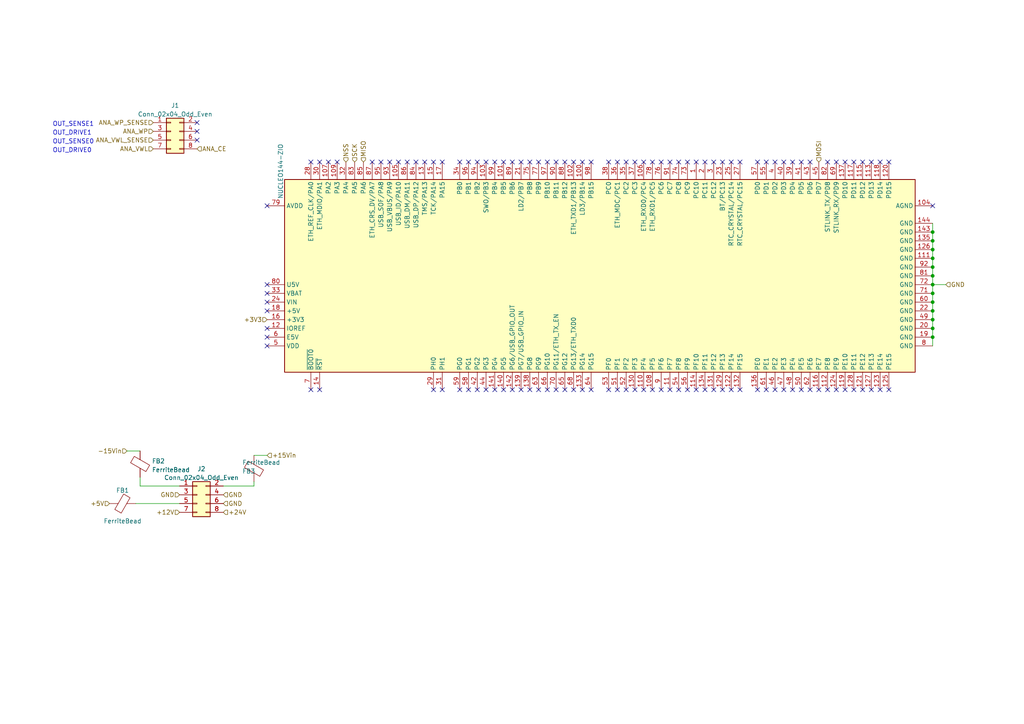
<source format=kicad_sch>
(kicad_sch (version 20211123) (generator eeschema)

  (uuid 025956a1-49f7-4aa7-91e4-deaf4e73e6b5)

  (paper "A4")

  (lib_symbols
    (symbol "Conn_02x04_Odd_Even_1" (pin_names (offset 1.016) hide) (in_bom yes) (on_board yes)
      (property "Reference" "J2" (id 0) (at 1.27 7.5098 0)
        (effects (font (size 1.27 1.27)))
      )
      (property "Value" "Conn_02x04_Odd_Even_1" (id 1) (at 1.27 4.9729 0)
        (effects (font (size 1.27 1.27)))
      )
      (property "Footprint" "Connector_PinHeader_2.54mm:PinHeader_2x04_P2.54mm_Vertical" (id 2) (at 0 0 0)
        (effects (font (size 1.27 1.27)) hide)
      )
      (property "Datasheet" "~" (id 3) (at 0 0 0)
        (effects (font (size 1.27 1.27)) hide)
      )
      (property "ki_keywords" "connector" (id 4) (at 0 0 0)
        (effects (font (size 1.27 1.27)) hide)
      )
      (property "ki_description" "Generic connector, double row, 02x04, odd/even pin numbering scheme (row 1 odd numbers, row 2 even numbers), script generated (kicad-library-utils/schlib/autogen/connector/)" (id 5) (at 0 0 0)
        (effects (font (size 1.27 1.27)) hide)
      )
      (property "ki_fp_filters" "Connector*:*_2x??_*" (id 6) (at 0 0 0)
        (effects (font (size 1.27 1.27)) hide)
      )
      (symbol "Conn_02x04_Odd_Even_1_1_1"
        (rectangle (start -1.27 -4.953) (end 0 -5.207)
          (stroke (width 0.1524) (type default) (color 0 0 0 0))
          (fill (type none))
        )
        (rectangle (start -1.27 -2.413) (end 0 -2.667)
          (stroke (width 0.1524) (type default) (color 0 0 0 0))
          (fill (type none))
        )
        (rectangle (start -1.27 0.127) (end 0 -0.127)
          (stroke (width 0.1524) (type default) (color 0 0 0 0))
          (fill (type none))
        )
        (rectangle (start -1.27 2.667) (end 0 2.413)
          (stroke (width 0.1524) (type default) (color 0 0 0 0))
          (fill (type none))
        )
        (rectangle (start -1.27 3.81) (end 3.81 -6.35)
          (stroke (width 0.254) (type default) (color 0 0 0 0))
          (fill (type background))
        )
        (rectangle (start 3.81 -4.953) (end 2.54 -5.207)
          (stroke (width 0.1524) (type default) (color 0 0 0 0))
          (fill (type none))
        )
        (rectangle (start 3.81 -2.413) (end 2.54 -2.667)
          (stroke (width 0.1524) (type default) (color 0 0 0 0))
          (fill (type none))
        )
        (rectangle (start 3.81 0.127) (end 2.54 -0.127)
          (stroke (width 0.1524) (type default) (color 0 0 0 0))
          (fill (type none))
        )
        (rectangle (start 3.81 2.667) (end 2.54 2.413)
          (stroke (width 0.1524) (type default) (color 0 0 0 0))
          (fill (type none))
        )
        (pin power_out line (at -5.08 2.54 0) (length 3.81)
          (name "Pin_1" (effects (font (size 1.27 1.27))))
          (number "1" (effects (font (size 1.27 1.27))))
        )
        (pin power_out line (at 7.62 2.54 180) (length 3.81)
          (name "Pin_2" (effects (font (size 1.27 1.27))))
          (number "2" (effects (font (size 1.27 1.27))))
        )
        (pin power_out line (at -5.08 0 0) (length 3.81)
          (name "Pin_3" (effects (font (size 1.27 1.27))))
          (number "3" (effects (font (size 1.27 1.27))))
        )
        (pin power_out line (at 7.62 0 180) (length 3.81)
          (name "Pin_4" (effects (font (size 1.27 1.27))))
          (number "4" (effects (font (size 1.27 1.27))))
        )
        (pin power_out line (at -5.08 -2.54 0) (length 3.81)
          (name "Pin_5" (effects (font (size 1.27 1.27))))
          (number "5" (effects (font (size 1.27 1.27))))
        )
        (pin power_out line (at 7.62 -2.54 180) (length 3.81)
          (name "Pin_6" (effects (font (size 1.27 1.27))))
          (number "6" (effects (font (size 1.27 1.27))))
        )
        (pin power_out line (at -5.08 -5.08 0) (length 3.81)
          (name "Pin_7" (effects (font (size 1.27 1.27))))
          (number "7" (effects (font (size 1.27 1.27))))
        )
        (pin power_out line (at 7.62 -5.08 180) (length 3.81)
          (name "Pin_8" (effects (font (size 1.27 1.27))))
          (number "8" (effects (font (size 1.27 1.27))))
        )
      )
    )
    (symbol "Connector_Generic:Conn_02x04_Odd_Even" (pin_names (offset 1.016) hide) (in_bom yes) (on_board yes)
      (property "Reference" "J" (id 0) (at 1.27 5.08 0)
        (effects (font (size 1.27 1.27)))
      )
      (property "Value" "Conn_02x04_Odd_Even" (id 1) (at 1.27 -7.62 0)
        (effects (font (size 1.27 1.27)))
      )
      (property "Footprint" "" (id 2) (at 0 0 0)
        (effects (font (size 1.27 1.27)) hide)
      )
      (property "Datasheet" "~" (id 3) (at 0 0 0)
        (effects (font (size 1.27 1.27)) hide)
      )
      (property "ki_keywords" "connector" (id 4) (at 0 0 0)
        (effects (font (size 1.27 1.27)) hide)
      )
      (property "ki_description" "Generic connector, double row, 02x04, odd/even pin numbering scheme (row 1 odd numbers, row 2 even numbers), script generated (kicad-library-utils/schlib/autogen/connector/)" (id 5) (at 0 0 0)
        (effects (font (size 1.27 1.27)) hide)
      )
      (property "ki_fp_filters" "Connector*:*_2x??_*" (id 6) (at 0 0 0)
        (effects (font (size 1.27 1.27)) hide)
      )
      (symbol "Conn_02x04_Odd_Even_1_1"
        (rectangle (start -1.27 -4.953) (end 0 -5.207)
          (stroke (width 0.1524) (type default) (color 0 0 0 0))
          (fill (type none))
        )
        (rectangle (start -1.27 -2.413) (end 0 -2.667)
          (stroke (width 0.1524) (type default) (color 0 0 0 0))
          (fill (type none))
        )
        (rectangle (start -1.27 0.127) (end 0 -0.127)
          (stroke (width 0.1524) (type default) (color 0 0 0 0))
          (fill (type none))
        )
        (rectangle (start -1.27 2.667) (end 0 2.413)
          (stroke (width 0.1524) (type default) (color 0 0 0 0))
          (fill (type none))
        )
        (rectangle (start -1.27 3.81) (end 3.81 -6.35)
          (stroke (width 0.254) (type default) (color 0 0 0 0))
          (fill (type background))
        )
        (rectangle (start 3.81 -4.953) (end 2.54 -5.207)
          (stroke (width 0.1524) (type default) (color 0 0 0 0))
          (fill (type none))
        )
        (rectangle (start 3.81 -2.413) (end 2.54 -2.667)
          (stroke (width 0.1524) (type default) (color 0 0 0 0))
          (fill (type none))
        )
        (rectangle (start 3.81 0.127) (end 2.54 -0.127)
          (stroke (width 0.1524) (type default) (color 0 0 0 0))
          (fill (type none))
        )
        (rectangle (start 3.81 2.667) (end 2.54 2.413)
          (stroke (width 0.1524) (type default) (color 0 0 0 0))
          (fill (type none))
        )
        (pin passive line (at -5.08 2.54 0) (length 3.81)
          (name "Pin_1" (effects (font (size 1.27 1.27))))
          (number "1" (effects (font (size 1.27 1.27))))
        )
        (pin passive line (at 7.62 2.54 180) (length 3.81)
          (name "Pin_2" (effects (font (size 1.27 1.27))))
          (number "2" (effects (font (size 1.27 1.27))))
        )
        (pin passive line (at -5.08 0 0) (length 3.81)
          (name "Pin_3" (effects (font (size 1.27 1.27))))
          (number "3" (effects (font (size 1.27 1.27))))
        )
        (pin passive line (at 7.62 0 180) (length 3.81)
          (name "Pin_4" (effects (font (size 1.27 1.27))))
          (number "4" (effects (font (size 1.27 1.27))))
        )
        (pin passive line (at -5.08 -2.54 0) (length 3.81)
          (name "Pin_5" (effects (font (size 1.27 1.27))))
          (number "5" (effects (font (size 1.27 1.27))))
        )
        (pin passive line (at 7.62 -2.54 180) (length 3.81)
          (name "Pin_6" (effects (font (size 1.27 1.27))))
          (number "6" (effects (font (size 1.27 1.27))))
        )
        (pin passive line (at -5.08 -5.08 0) (length 3.81)
          (name "Pin_7" (effects (font (size 1.27 1.27))))
          (number "7" (effects (font (size 1.27 1.27))))
        )
        (pin passive line (at 7.62 -5.08 180) (length 3.81)
          (name "Pin_8" (effects (font (size 1.27 1.27))))
          (number "8" (effects (font (size 1.27 1.27))))
        )
      )
    )
    (symbol "Device:FerriteBead" (pin_numbers hide) (pin_names (offset 0)) (in_bom yes) (on_board yes)
      (property "Reference" "FB2" (id 0) (at 3.4036 0.8855 0)
        (effects (font (size 1.27 1.27)) (justify left))
      )
      (property "Value" "FerriteBead" (id 1) (at 3.4036 -1.6514 0)
        (effects (font (size 1.27 1.27)) (justify left))
      )
      (property "Footprint" "" (id 2) (at -1.778 0 90)
        (effects (font (size 1.27 1.27)) hide)
      )
      (property "Datasheet" "~" (id 3) (at 0 0 0)
        (effects (font (size 1.27 1.27)) hide)
      )
      (property "ki_keywords" "L ferrite bead inductor filter" (id 4) (at 0 0 0)
        (effects (font (size 1.27 1.27)) hide)
      )
      (property "ki_description" "Ferrite bead" (id 5) (at 0 0 0)
        (effects (font (size 1.27 1.27)) hide)
      )
      (property "ki_fp_filters" "Inductor_* L_* *Ferrite*" (id 6) (at 0 0 0)
        (effects (font (size 1.27 1.27)) hide)
      )
      (symbol "FerriteBead_0_1"
        (polyline
          (pts
            (xy 0 -1.27)
            (xy 0 -1.2192)
          )
          (stroke (width 0) (type default) (color 0 0 0 0))
          (fill (type none))
        )
        (polyline
          (pts
            (xy 0 1.27)
            (xy 0 1.2954)
          )
          (stroke (width 0) (type default) (color 0 0 0 0))
          (fill (type none))
        )
        (polyline
          (pts
            (xy -2.7686 0.4064)
            (xy -1.7018 2.2606)
            (xy 2.7686 -0.3048)
            (xy 1.6764 -2.159)
            (xy -2.7686 0.4064)
          )
          (stroke (width 0) (type default) (color 0 0 0 0))
          (fill (type none))
        )
      )
      (symbol "FerriteBead_1_1"
        (pin power_out line (at 0 3.81 270) (length 2.54)
          (name "~" (effects (font (size 1.27 1.27))))
          (number "1" (effects (font (size 1.27 1.27))))
        )
        (pin power_in line (at 0 -3.81 90) (length 2.54)
          (name "~" (effects (font (size 1.27 1.27))))
          (number "2" (effects (font (size 1.27 1.27))))
        )
      )
    )
    (symbol "FerriteBead_1" (pin_numbers hide) (pin_names (offset 0)) (in_bom yes) (on_board yes)
      (property "Reference" "FB3" (id 0) (at 3.4036 0.7839 0)
        (effects (font (size 1.27 1.27)) (justify right))
      )
      (property "Value" "FerriteBead_1" (id 1) (at 3.4036 -1.753 0)
        (effects (font (size 1.27 1.27)) (justify right))
      )
      (property "Footprint" "" (id 2) (at 1.778 0 90)
        (effects (font (size 1.27 1.27)) hide)
      )
      (property "Datasheet" "~" (id 3) (at 0 0 0)
        (effects (font (size 1.27 1.27)) hide)
      )
      (property "ki_keywords" "L ferrite bead inductor filter" (id 4) (at 0 0 0)
        (effects (font (size 1.27 1.27)) hide)
      )
      (property "ki_description" "Ferrite bead" (id 5) (at 0 0 0)
        (effects (font (size 1.27 1.27)) hide)
      )
      (property "ki_fp_filters" "Inductor_* L_* *Ferrite*" (id 6) (at 0 0 0)
        (effects (font (size 1.27 1.27)) hide)
      )
      (symbol "FerriteBead_1_0_1"
        (polyline
          (pts
            (xy 0 -1.27)
            (xy 0 -1.2192)
          )
          (stroke (width 0) (type default) (color 0 0 0 0))
          (fill (type none))
        )
        (polyline
          (pts
            (xy 0 1.27)
            (xy 0 1.2954)
          )
          (stroke (width 0) (type default) (color 0 0 0 0))
          (fill (type none))
        )
        (polyline
          (pts
            (xy -2.7686 0.4064)
            (xy -1.7018 2.2606)
            (xy 2.7686 -0.3048)
            (xy 1.6764 -2.159)
            (xy -2.7686 0.4064)
          )
          (stroke (width 0) (type default) (color 0 0 0 0))
          (fill (type none))
        )
      )
      (symbol "FerriteBead_1_1_1"
        (pin power_in line (at 0 3.81 270) (length 2.54)
          (name "~" (effects (font (size 1.27 1.27))))
          (number "1" (effects (font (size 1.27 1.27))))
        )
        (pin power_out line (at 0 -3.81 90) (length 2.54)
          (name "~" (effects (font (size 1.27 1.27))))
          (number "2" (effects (font (size 1.27 1.27))))
        )
      )
    )
    (symbol "FerriteBead_2" (pin_numbers hide) (pin_names (offset 0)) (in_bom yes) (on_board yes)
      (property "Reference" "FB1" (id 0) (at 3.81 0 90)
        (effects (font (size 1.27 1.27)))
      )
      (property "Value" "FerriteBead" (id 1) (at -5.08 0 90)
        (effects (font (size 1.27 1.27)))
      )
      (property "Footprint" "" (id 2) (at 1.778 0 90)
        (effects (font (size 1.27 1.27)) hide)
      )
      (property "Datasheet" "~" (id 3) (at 0 0 0)
        (effects (font (size 1.27 1.27)) hide)
      )
      (property "ki_keywords" "L ferrite bead inductor filter" (id 4) (at 0 0 0)
        (effects (font (size 1.27 1.27)) hide)
      )
      (property "ki_description" "Ferrite bead" (id 5) (at 0 0 0)
        (effects (font (size 1.27 1.27)) hide)
      )
      (property "ki_fp_filters" "Inductor_* L_* *Ferrite*" (id 6) (at 0 0 0)
        (effects (font (size 1.27 1.27)) hide)
      )
      (symbol "FerriteBead_2_0_1"
        (polyline
          (pts
            (xy 0 -1.27)
            (xy 0 -1.2192)
          )
          (stroke (width 0) (type default) (color 0 0 0 0))
          (fill (type none))
        )
        (polyline
          (pts
            (xy 0 1.27)
            (xy 0 1.2954)
          )
          (stroke (width 0) (type default) (color 0 0 0 0))
          (fill (type none))
        )
        (polyline
          (pts
            (xy -2.7686 0.4064)
            (xy -1.7018 2.2606)
            (xy 2.7686 -0.3048)
            (xy 1.6764 -2.159)
            (xy -2.7686 0.4064)
          )
          (stroke (width 0) (type default) (color 0 0 0 0))
          (fill (type none))
        )
      )
      (symbol "FerriteBead_2_1_1"
        (pin power_out line (at 0 3.81 270) (length 2.54)
          (name "~" (effects (font (size 1.27 1.27))))
          (number "1" (effects (font (size 1.27 1.27))))
        )
        (pin power_in line (at 0 -3.81 90) (length 2.54)
          (name "~" (effects (font (size 1.27 1.27))))
          (number "2" (effects (font (size 1.27 1.27))))
        )
      )
    )
    (symbol "NISoC-Socket:NUCLEO144-ZIO" (in_bom yes) (on_board yes)
      (property "Reference" "X1" (id 0) (at -22.86 94.615 0)
        (effects (font (size 1.27 1.27)) (justify right) hide)
      )
      (property "Value" "NUCLEO144-ZIO" (id 1) (at 22.3394 92.6028 0)
        (effects (font (size 1.27 1.27)) (justify left))
      )
      (property "Footprint" "NISoC-Socket:ST_Morpho_Connector_144_STLink_MountingHoles" (id 2) (at 21.59 -92.71 0)
        (effects (font (size 1.27 1.27)) (justify left) hide)
      )
      (property "Datasheet" "" (id 3) (at -22.86 7.62 0)
        (effects (font (size 1.27 1.27)) hide)
      )
      (property "ki_keywords" "STM32 Nucleo ST Zio 144" (id 4) (at 0 0 0)
        (effects (font (size 1.27 1.27)) hide)
      )
      (property "ki_description" "Nucleo 144 Zio Connectors" (id 5) (at 0 0 0)
        (effects (font (size 1.27 1.27)) hide)
      )
      (property "ki_fp_filters" "ST*Morpho*Connector*144*STLink*" (id 6) (at 0 0 0)
        (effects (font (size 1.27 1.27)) hide)
      )
      (symbol "NUCLEO144-ZIO_0_1"
        (rectangle (start -27.94 -91.44) (end 27.94 91.44)
          (stroke (width 0.254) (type default) (color 0 0 0 0))
          (fill (type background))
        )
      )
      (symbol "NUCLEO144-ZIO_1_1"
        (pin bidirectional line (at 33.02 -27.94 180) (length 5.08)
          (name "PC10" (effects (font (size 1.27 1.27))))
          (number "1" (effects (font (size 1.27 1.27))))
        )
        (pin no_connect line (at -33.02 55.88 0) (length 5.08) hide
          (name "NC" (effects (font (size 1.27 1.27))))
          (number "10" (effects (font (size 1.27 1.27))))
        )
        (pin bidirectional line (at 33.02 5.08 180) (length 5.08)
          (name "LD3/PB14" (effects (font (size 1.27 1.27))))
          (number "100" (effects (font (size 1.27 1.27))))
        )
        (pin bidirectional line (at 33.02 27.94 180) (length 5.08)
          (name "PB5" (effects (font (size 1.27 1.27))))
          (number "101" (effects (font (size 1.27 1.27))))
        )
        (pin bidirectional line (at 33.02 7.62 180) (length 5.08)
          (name "ETH_TXD1/PB13" (effects (font (size 1.27 1.27))))
          (number "102" (effects (font (size 1.27 1.27))))
        )
        (pin bidirectional line (at 33.02 33.02 180) (length 5.08)
          (name "SWO/PB3" (effects (font (size 1.27 1.27))))
          (number "103" (effects (font (size 1.27 1.27))))
        )
        (pin power_in line (at 20.32 -96.52 90) (length 5.08)
          (name "AGND" (effects (font (size 1.27 1.27))))
          (number "104" (effects (font (size 1.27 1.27))))
        )
        (pin bidirectional line (at 33.02 58.42 180) (length 5.08)
          (name "USB_ID/PA10" (effects (font (size 1.27 1.27))))
          (number "105" (effects (font (size 1.27 1.27))))
        )
        (pin bidirectional line (at 33.02 -12.7 180) (length 5.08)
          (name "ETH_RXD0/PC4" (effects (font (size 1.27 1.27))))
          (number "106" (effects (font (size 1.27 1.27))))
        )
        (pin bidirectional line (at 33.02 78.74 180) (length 5.08)
          (name "PA2" (effects (font (size 1.27 1.27))))
          (number "107" (effects (font (size 1.27 1.27))))
        )
        (pin bidirectional line (at -33.02 -15.24 0) (length 5.08)
          (name "PF5" (effects (font (size 1.27 1.27))))
          (number "108" (effects (font (size 1.27 1.27))))
        )
        (pin bidirectional line (at 33.02 76.2 180) (length 5.08)
          (name "PA3" (effects (font (size 1.27 1.27))))
          (number "109" (effects (font (size 1.27 1.27))))
        )
        (pin bidirectional line (at -33.02 -20.32 0) (length 5.08)
          (name "PF7" (effects (font (size 1.27 1.27))))
          (number "11" (effects (font (size 1.27 1.27))))
        )
        (pin bidirectional line (at -33.02 -12.7 0) (length 5.08)
          (name "PF4" (effects (font (size 1.27 1.27))))
          (number "110" (effects (font (size 1.27 1.27))))
        )
        (pin power_in line (at 5.08 -96.52 90) (length 5.08)
          (name "GND" (effects (font (size 1.27 1.27))))
          (number "111" (effects (font (size 1.27 1.27))))
        )
        (pin bidirectional line (at -33.02 -66.04 0) (length 5.08)
          (name "PE8" (effects (font (size 1.27 1.27))))
          (number "112" (effects (font (size 1.27 1.27))))
        )
        (pin bidirectional line (at 33.02 -78.74 180) (length 5.08)
          (name "PD13" (effects (font (size 1.27 1.27))))
          (number "113" (effects (font (size 1.27 1.27))))
        )
        (pin bidirectional line (at -33.02 -27.94 0) (length 5.08)
          (name "PF10" (effects (font (size 1.27 1.27))))
          (number "114" (effects (font (size 1.27 1.27))))
        )
        (pin bidirectional line (at 33.02 -76.2 180) (length 5.08)
          (name "PD12" (effects (font (size 1.27 1.27))))
          (number "115" (effects (font (size 1.27 1.27))))
        )
        (pin bidirectional line (at -33.02 -63.5 0) (length 5.08)
          (name "PE7" (effects (font (size 1.27 1.27))))
          (number "116" (effects (font (size 1.27 1.27))))
        )
        (pin bidirectional line (at 33.02 -73.66 180) (length 5.08)
          (name "PD11" (effects (font (size 1.27 1.27))))
          (number "117" (effects (font (size 1.27 1.27))))
        )
        (pin bidirectional line (at 33.02 -81.28 180) (length 5.08)
          (name "PD14" (effects (font (size 1.27 1.27))))
          (number "118" (effects (font (size 1.27 1.27))))
        )
        (pin bidirectional line (at -33.02 -71.12 0) (length 5.08)
          (name "PE10" (effects (font (size 1.27 1.27))))
          (number "119" (effects (font (size 1.27 1.27))))
        )
        (pin power_in line (at -15.24 96.52 270) (length 5.08)
          (name "IOREF" (effects (font (size 1.27 1.27))))
          (number "12" (effects (font (size 1.27 1.27))))
        )
        (pin bidirectional line (at 33.02 -83.82 180) (length 5.08)
          (name "PD15" (effects (font (size 1.27 1.27))))
          (number "120" (effects (font (size 1.27 1.27))))
        )
        (pin bidirectional line (at -33.02 -76.2 0) (length 5.08)
          (name "PE12" (effects (font (size 1.27 1.27))))
          (number "121" (effects (font (size 1.27 1.27))))
        )
        (pin bidirectional line (at -33.02 -38.1 0) (length 5.08)
          (name "PF14" (effects (font (size 1.27 1.27))))
          (number "122" (effects (font (size 1.27 1.27))))
        )
        (pin bidirectional line (at -33.02 -81.28 0) (length 5.08)
          (name "PE14" (effects (font (size 1.27 1.27))))
          (number "123" (effects (font (size 1.27 1.27))))
        )
        (pin bidirectional line (at -33.02 -68.58 0) (length 5.08)
          (name "PE9" (effects (font (size 1.27 1.27))))
          (number "124" (effects (font (size 1.27 1.27))))
        )
        (pin bidirectional line (at -33.02 -83.82 0) (length 5.08)
          (name "PE15" (effects (font (size 1.27 1.27))))
          (number "125" (effects (font (size 1.27 1.27))))
        )
        (pin power_in line (at 7.62 -96.52 90) (length 5.08)
          (name "GND" (effects (font (size 1.27 1.27))))
          (number "126" (effects (font (size 1.27 1.27))))
        )
        (pin bidirectional line (at -33.02 -78.74 0) (length 5.08)
          (name "PE13" (effects (font (size 1.27 1.27))))
          (number "127" (effects (font (size 1.27 1.27))))
        )
        (pin bidirectional line (at -33.02 -73.66 0) (length 5.08)
          (name "PE11" (effects (font (size 1.27 1.27))))
          (number "128" (effects (font (size 1.27 1.27))))
        )
        (pin bidirectional line (at -33.02 -35.56 0) (length 5.08)
          (name "PF13" (effects (font (size 1.27 1.27))))
          (number "129" (effects (font (size 1.27 1.27))))
        )
        (pin bidirectional line (at 33.02 50.8 180) (length 5.08)
          (name "TMS/PA13" (effects (font (size 1.27 1.27))))
          (number "13" (effects (font (size 1.27 1.27))))
        )
        (pin bidirectional line (at -33.02 -10.16 0) (length 5.08)
          (name "PF3" (effects (font (size 1.27 1.27))))
          (number "130" (effects (font (size 1.27 1.27))))
        )
        (pin bidirectional line (at -33.02 -33.02 0) (length 5.08)
          (name "PF12" (effects (font (size 1.27 1.27))))
          (number "131" (effects (font (size 1.27 1.27))))
        )
        (pin bidirectional line (at -33.02 -40.64 0) (length 5.08)
          (name "PF15" (effects (font (size 1.27 1.27))))
          (number "132" (effects (font (size 1.27 1.27))))
        )
        (pin bidirectional line (at -33.02 5.08 0) (length 5.08)
          (name "PG14" (effects (font (size 1.27 1.27))))
          (number "133" (effects (font (size 1.27 1.27))))
        )
        (pin bidirectional line (at -33.02 -30.48 0) (length 5.08)
          (name "PF11" (effects (font (size 1.27 1.27))))
          (number "134" (effects (font (size 1.27 1.27))))
        )
        (pin power_in line (at 10.16 -96.52 90) (length 5.08)
          (name "GND" (effects (font (size 1.27 1.27))))
          (number "135" (effects (font (size 1.27 1.27))))
        )
        (pin bidirectional line (at -33.02 -45.72 0) (length 5.08)
          (name "PE0" (effects (font (size 1.27 1.27))))
          (number "136" (effects (font (size 1.27 1.27))))
        )
        (pin bidirectional line (at 33.02 -71.12 180) (length 5.08)
          (name "PD10" (effects (font (size 1.27 1.27))))
          (number "137" (effects (font (size 1.27 1.27))))
        )
        (pin bidirectional line (at -33.02 20.32 0) (length 5.08)
          (name "PG8" (effects (font (size 1.27 1.27))))
          (number "138" (effects (font (size 1.27 1.27))))
        )
        (pin bidirectional line (at -33.02 22.86 0) (length 5.08)
          (name "PG7/USB_GPIO_IN" (effects (font (size 1.27 1.27))))
          (number "139" (effects (font (size 1.27 1.27))))
        )
        (pin input line (at -33.02 81.28 0) (length 5.08)
          (name "~{RST}" (effects (font (size 1.27 1.27))))
          (number "14" (effects (font (size 1.27 1.27))))
        )
        (pin bidirectional line (at -33.02 27.94 0) (length 5.08)
          (name "PG5" (effects (font (size 1.27 1.27))))
          (number "140" (effects (font (size 1.27 1.27))))
        )
        (pin bidirectional line (at -33.02 30.48 0) (length 5.08)
          (name "PG4" (effects (font (size 1.27 1.27))))
          (number "141" (effects (font (size 1.27 1.27))))
        )
        (pin bidirectional line (at -33.02 25.4 0) (length 5.08)
          (name "PG6/USB_GPIO_OUT" (effects (font (size 1.27 1.27))))
          (number "142" (effects (font (size 1.27 1.27))))
        )
        (pin power_in line (at 12.7 -96.52 90) (length 5.08)
          (name "GND" (effects (font (size 1.27 1.27))))
          (number "143" (effects (font (size 1.27 1.27))))
        )
        (pin power_in line (at 15.24 -96.52 90) (length 5.08)
          (name "GND" (effects (font (size 1.27 1.27))))
          (number "144" (effects (font (size 1.27 1.27))))
        )
        (pin bidirectional line (at 33.02 48.26 180) (length 5.08)
          (name "TCK/PA14" (effects (font (size 1.27 1.27))))
          (number "15" (effects (font (size 1.27 1.27))))
        )
        (pin power_out line (at -12.7 96.52 270) (length 5.08)
          (name "+3V3" (effects (font (size 1.27 1.27))))
          (number "16" (effects (font (size 1.27 1.27))))
        )
        (pin bidirectional line (at 33.02 45.72 180) (length 5.08)
          (name "PA15" (effects (font (size 1.27 1.27))))
          (number "17" (effects (font (size 1.27 1.27))))
        )
        (pin power_in line (at -10.16 96.52 270) (length 5.08)
          (name "+5V" (effects (font (size 1.27 1.27))))
          (number "18" (effects (font (size 1.27 1.27))))
        )
        (pin power_in line (at -17.78 -96.52 90) (length 5.08)
          (name "GND" (effects (font (size 1.27 1.27))))
          (number "19" (effects (font (size 1.27 1.27))))
        )
        (pin bidirectional line (at 33.02 -30.48 180) (length 5.08)
          (name "PC11" (effects (font (size 1.27 1.27))))
          (number "2" (effects (font (size 1.27 1.27))))
        )
        (pin power_in line (at -15.24 -96.52 90) (length 5.08)
          (name "GND" (effects (font (size 1.27 1.27))))
          (number "20" (effects (font (size 1.27 1.27))))
        )
        (pin bidirectional line (at 33.02 22.86 180) (length 5.08)
          (name "LD2/PB7" (effects (font (size 1.27 1.27))))
          (number "21" (effects (font (size 1.27 1.27))))
        )
        (pin power_in line (at -10.16 -96.52 90) (length 5.08)
          (name "GND" (effects (font (size 1.27 1.27))))
          (number "22" (effects (font (size 1.27 1.27))))
        )
        (pin bidirectional line (at 33.02 -35.56 180) (length 5.08)
          (name "BT/PC13" (effects (font (size 1.27 1.27))))
          (number "23" (effects (font (size 1.27 1.27))))
        )
        (pin power_in line (at -7.62 96.52 270) (length 5.08)
          (name "VIN" (effects (font (size 1.27 1.27))))
          (number "24" (effects (font (size 1.27 1.27))))
        )
        (pin bidirectional line (at 33.02 -38.1 180) (length 5.08)
          (name "RTC_CRYSTAL/PC14" (effects (font (size 1.27 1.27))))
          (number "25" (effects (font (size 1.27 1.27))))
        )
        (pin no_connect line (at -33.02 58.42 0) (length 5.08) hide
          (name "NC" (effects (font (size 1.27 1.27))))
          (number "26" (effects (font (size 1.27 1.27))))
        )
        (pin bidirectional line (at 33.02 -40.64 180) (length 5.08)
          (name "RTC_CRYSTAL/PC15" (effects (font (size 1.27 1.27))))
          (number "27" (effects (font (size 1.27 1.27))))
        )
        (pin bidirectional line (at 33.02 83.82 180) (length 5.08)
          (name "ETH_REF_CLK/PA0" (effects (font (size 1.27 1.27))))
          (number "28" (effects (font (size 1.27 1.27))))
        )
        (pin bidirectional line (at -33.02 48.26 0) (length 5.08)
          (name "PH0" (effects (font (size 1.27 1.27))))
          (number "29" (effects (font (size 1.27 1.27))))
        )
        (pin bidirectional line (at 33.02 -33.02 180) (length 5.08)
          (name "PC12" (effects (font (size 1.27 1.27))))
          (number "3" (effects (font (size 1.27 1.27))))
        )
        (pin bidirectional line (at 33.02 81.28 180) (length 5.08)
          (name "ETH_MDIO/PA1" (effects (font (size 1.27 1.27))))
          (number "30" (effects (font (size 1.27 1.27))))
        )
        (pin bidirectional line (at -33.02 45.72 0) (length 5.08)
          (name "PH1" (effects (font (size 1.27 1.27))))
          (number "31" (effects (font (size 1.27 1.27))))
        )
        (pin bidirectional line (at 33.02 73.66 180) (length 5.08)
          (name "PA4" (effects (font (size 1.27 1.27))))
          (number "32" (effects (font (size 1.27 1.27))))
        )
        (pin power_in line (at -5.08 96.52 270) (length 5.08)
          (name "VBAT" (effects (font (size 1.27 1.27))))
          (number "33" (effects (font (size 1.27 1.27))))
        )
        (pin bidirectional line (at 33.02 40.64 180) (length 5.08)
          (name "PB0" (effects (font (size 1.27 1.27))))
          (number "34" (effects (font (size 1.27 1.27))))
        )
        (pin bidirectional line (at 33.02 -7.62 180) (length 5.08)
          (name "PC2" (effects (font (size 1.27 1.27))))
          (number "35" (effects (font (size 1.27 1.27))))
        )
        (pin bidirectional line (at 33.02 -5.08 180) (length 5.08)
          (name "ETH_MDC/PC1" (effects (font (size 1.27 1.27))))
          (number "36" (effects (font (size 1.27 1.27))))
        )
        (pin bidirectional line (at 33.02 -10.16 180) (length 5.08)
          (name "PC3" (effects (font (size 1.27 1.27))))
          (number "37" (effects (font (size 1.27 1.27))))
        )
        (pin bidirectional line (at 33.02 -2.54 180) (length 5.08)
          (name "PC0" (effects (font (size 1.27 1.27))))
          (number "38" (effects (font (size 1.27 1.27))))
        )
        (pin bidirectional line (at 33.02 -55.88 180) (length 5.08)
          (name "PD4" (effects (font (size 1.27 1.27))))
          (number "39" (effects (font (size 1.27 1.27))))
        )
        (pin bidirectional line (at 33.02 -50.8 180) (length 5.08)
          (name "PD2" (effects (font (size 1.27 1.27))))
          (number "4" (effects (font (size 1.27 1.27))))
        )
        (pin bidirectional line (at 33.02 -53.34 180) (length 5.08)
          (name "PD3" (effects (font (size 1.27 1.27))))
          (number "40" (effects (font (size 1.27 1.27))))
        )
        (pin bidirectional line (at 33.02 -58.42 180) (length 5.08)
          (name "PD5" (effects (font (size 1.27 1.27))))
          (number "41" (effects (font (size 1.27 1.27))))
        )
        (pin bidirectional line (at -33.02 35.56 0) (length 5.08)
          (name "PG2" (effects (font (size 1.27 1.27))))
          (number "42" (effects (font (size 1.27 1.27))))
        )
        (pin bidirectional line (at 33.02 -60.96 180) (length 5.08)
          (name "PD6" (effects (font (size 1.27 1.27))))
          (number "43" (effects (font (size 1.27 1.27))))
        )
        (pin bidirectional line (at -33.02 33.02 0) (length 5.08)
          (name "PG3" (effects (font (size 1.27 1.27))))
          (number "44" (effects (font (size 1.27 1.27))))
        )
        (pin bidirectional line (at 33.02 -63.5 180) (length 5.08)
          (name "PD7" (effects (font (size 1.27 1.27))))
          (number "45" (effects (font (size 1.27 1.27))))
        )
        (pin bidirectional line (at -33.02 -50.8 0) (length 5.08)
          (name "PE2" (effects (font (size 1.27 1.27))))
          (number "46" (effects (font (size 1.27 1.27))))
        )
        (pin bidirectional line (at -33.02 -53.34 0) (length 5.08)
          (name "PE3" (effects (font (size 1.27 1.27))))
          (number "47" (effects (font (size 1.27 1.27))))
        )
        (pin bidirectional line (at -33.02 -55.88 0) (length 5.08)
          (name "PE4" (effects (font (size 1.27 1.27))))
          (number "48" (effects (font (size 1.27 1.27))))
        )
        (pin power_in line (at -12.7 -96.52 90) (length 5.08)
          (name "GND" (effects (font (size 1.27 1.27))))
          (number "49" (effects (font (size 1.27 1.27))))
        )
        (pin power_in line (at -20.32 96.52 270) (length 5.08)
          (name "VDD" (effects (font (size 1.27 1.27))))
          (number "5" (effects (font (size 1.27 1.27))))
        )
        (pin bidirectional line (at -33.02 -58.42 0) (length 5.08)
          (name "PE5" (effects (font (size 1.27 1.27))))
          (number "50" (effects (font (size 1.27 1.27))))
        )
        (pin bidirectional line (at -33.02 -5.08 0) (length 5.08)
          (name "PF1" (effects (font (size 1.27 1.27))))
          (number "51" (effects (font (size 1.27 1.27))))
        )
        (pin bidirectional line (at -33.02 -7.62 0) (length 5.08)
          (name "PF2" (effects (font (size 1.27 1.27))))
          (number "52" (effects (font (size 1.27 1.27))))
        )
        (pin bidirectional line (at -33.02 -2.54 0) (length 5.08)
          (name "PF0" (effects (font (size 1.27 1.27))))
          (number "53" (effects (font (size 1.27 1.27))))
        )
        (pin bidirectional line (at -33.02 -22.86 0) (length 5.08)
          (name "PF8" (effects (font (size 1.27 1.27))))
          (number "54" (effects (font (size 1.27 1.27))))
        )
        (pin bidirectional line (at 33.02 -48.26 180) (length 5.08)
          (name "PD1" (effects (font (size 1.27 1.27))))
          (number "55" (effects (font (size 1.27 1.27))))
        )
        (pin bidirectional line (at -33.02 -25.4 0) (length 5.08)
          (name "PF9" (effects (font (size 1.27 1.27))))
          (number "56" (effects (font (size 1.27 1.27))))
        )
        (pin bidirectional line (at 33.02 -45.72 180) (length 5.08)
          (name "PD0" (effects (font (size 1.27 1.27))))
          (number "57" (effects (font (size 1.27 1.27))))
        )
        (pin bidirectional line (at -33.02 38.1 0) (length 5.08)
          (name "PG1" (effects (font (size 1.27 1.27))))
          (number "58" (effects (font (size 1.27 1.27))))
        )
        (pin bidirectional line (at -33.02 40.64 0) (length 5.08)
          (name "PG0" (effects (font (size 1.27 1.27))))
          (number "59" (effects (font (size 1.27 1.27))))
        )
        (pin power_in line (at -17.78 96.52 270) (length 5.08)
          (name "E5V" (effects (font (size 1.27 1.27))))
          (number "6" (effects (font (size 1.27 1.27))))
        )
        (pin power_in line (at -7.62 -96.52 90) (length 5.08)
          (name "GND" (effects (font (size 1.27 1.27))))
          (number "60" (effects (font (size 1.27 1.27))))
        )
        (pin bidirectional line (at -33.02 -48.26 0) (length 5.08)
          (name "PE1" (effects (font (size 1.27 1.27))))
          (number "61" (effects (font (size 1.27 1.27))))
        )
        (pin bidirectional line (at -33.02 -60.96 0) (length 5.08)
          (name "PE6" (effects (font (size 1.27 1.27))))
          (number "62" (effects (font (size 1.27 1.27))))
        )
        (pin bidirectional line (at -33.02 17.78 0) (length 5.08)
          (name "PG9" (effects (font (size 1.27 1.27))))
          (number "63" (effects (font (size 1.27 1.27))))
        )
        (pin bidirectional line (at -33.02 2.54 0) (length 5.08)
          (name "PG15" (effects (font (size 1.27 1.27))))
          (number "64" (effects (font (size 1.27 1.27))))
        )
        (pin bidirectional line (at -33.02 10.16 0) (length 5.08)
          (name "PG12" (effects (font (size 1.27 1.27))))
          (number "65" (effects (font (size 1.27 1.27))))
        )
        (pin bidirectional line (at -33.02 15.24 0) (length 5.08)
          (name "PG10" (effects (font (size 1.27 1.27))))
          (number "66" (effects (font (size 1.27 1.27))))
        )
        (pin no_connect line (at -33.02 53.34 0) (length 5.08) hide
          (name "NC" (effects (font (size 1.27 1.27))))
          (number "67" (effects (font (size 1.27 1.27))))
        )
        (pin bidirectional line (at -33.02 7.62 0) (length 5.08)
          (name "PG13/ETH_TXD0" (effects (font (size 1.27 1.27))))
          (number "68" (effects (font (size 1.27 1.27))))
        )
        (pin bidirectional line (at 33.02 -68.58 180) (length 5.08)
          (name "STLINK_RX/PD9" (effects (font (size 1.27 1.27))))
          (number "69" (effects (font (size 1.27 1.27))))
        )
        (pin input line (at -33.02 83.82 0) (length 5.08)
          (name "~{BOOT0}" (effects (font (size 1.27 1.27))))
          (number "7" (effects (font (size 1.27 1.27))))
        )
        (pin bidirectional line (at -33.02 12.7 0) (length 5.08)
          (name "PG11/ETH_TX_EN" (effects (font (size 1.27 1.27))))
          (number "70" (effects (font (size 1.27 1.27))))
        )
        (pin power_in line (at -5.08 -96.52 90) (length 5.08)
          (name "GND" (effects (font (size 1.27 1.27))))
          (number "71" (effects (font (size 1.27 1.27))))
        )
        (pin power_in line (at -2.54 -96.52 90) (length 5.08)
          (name "GND" (effects (font (size 1.27 1.27))))
          (number "72" (effects (font (size 1.27 1.27))))
        )
        (pin bidirectional line (at 33.02 -25.4 180) (length 5.08)
          (name "PC9" (effects (font (size 1.27 1.27))))
          (number "73" (effects (font (size 1.27 1.27))))
        )
        (pin bidirectional line (at 33.02 -22.86 180) (length 5.08)
          (name "PC8" (effects (font (size 1.27 1.27))))
          (number "74" (effects (font (size 1.27 1.27))))
        )
        (pin bidirectional line (at 33.02 20.32 180) (length 5.08)
          (name "PB8" (effects (font (size 1.27 1.27))))
          (number "75" (effects (font (size 1.27 1.27))))
        )
        (pin bidirectional line (at 33.02 -17.78 180) (length 5.08)
          (name "PC6" (effects (font (size 1.27 1.27))))
          (number "76" (effects (font (size 1.27 1.27))))
        )
        (pin bidirectional line (at 33.02 17.78 180) (length 5.08)
          (name "PB9" (effects (font (size 1.27 1.27))))
          (number "77" (effects (font (size 1.27 1.27))))
        )
        (pin bidirectional line (at 33.02 -15.24 180) (length 5.08)
          (name "ETH_RXD1/PC5" (effects (font (size 1.27 1.27))))
          (number "78" (effects (font (size 1.27 1.27))))
        )
        (pin power_in line (at 20.32 96.52 270) (length 5.08)
          (name "AVDD" (effects (font (size 1.27 1.27))))
          (number "79" (effects (font (size 1.27 1.27))))
        )
        (pin power_in line (at -20.32 -96.52 90) (length 5.08)
          (name "GND" (effects (font (size 1.27 1.27))))
          (number "8" (effects (font (size 1.27 1.27))))
        )
        (pin power_in line (at -2.54 96.52 270) (length 5.08)
          (name "U5V" (effects (font (size 1.27 1.27))))
          (number "80" (effects (font (size 1.27 1.27))))
        )
        (pin power_in line (at 0 -96.52 90) (length 5.08)
          (name "GND" (effects (font (size 1.27 1.27))))
          (number "81" (effects (font (size 1.27 1.27))))
        )
        (pin bidirectional line (at 33.02 -66.04 180) (length 5.08)
          (name "STLINK_TX/PD8" (effects (font (size 1.27 1.27))))
          (number "82" (effects (font (size 1.27 1.27))))
        )
        (pin bidirectional line (at 33.02 71.12 180) (length 5.08)
          (name "PA5" (effects (font (size 1.27 1.27))))
          (number "83" (effects (font (size 1.27 1.27))))
        )
        (pin bidirectional line (at 33.02 53.34 180) (length 5.08)
          (name "USB_DP/PA12" (effects (font (size 1.27 1.27))))
          (number "84" (effects (font (size 1.27 1.27))))
        )
        (pin bidirectional line (at 33.02 68.58 180) (length 5.08)
          (name "PA6" (effects (font (size 1.27 1.27))))
          (number "85" (effects (font (size 1.27 1.27))))
        )
        (pin bidirectional line (at 33.02 55.88 180) (length 5.08)
          (name "USB_DM/PA11" (effects (font (size 1.27 1.27))))
          (number "86" (effects (font (size 1.27 1.27))))
        )
        (pin bidirectional line (at 33.02 66.04 180) (length 5.08)
          (name "ETH_CRS_DV/PA7" (effects (font (size 1.27 1.27))))
          (number "87" (effects (font (size 1.27 1.27))))
        )
        (pin bidirectional line (at 33.02 10.16 180) (length 5.08)
          (name "PB12" (effects (font (size 1.27 1.27))))
          (number "88" (effects (font (size 1.27 1.27))))
        )
        (pin bidirectional line (at 33.02 25.4 180) (length 5.08)
          (name "PB6" (effects (font (size 1.27 1.27))))
          (number "89" (effects (font (size 1.27 1.27))))
        )
        (pin bidirectional line (at -33.02 -17.78 0) (length 5.08)
          (name "PF6" (effects (font (size 1.27 1.27))))
          (number "9" (effects (font (size 1.27 1.27))))
        )
        (pin bidirectional line (at 33.02 12.7 180) (length 5.08)
          (name "PB11" (effects (font (size 1.27 1.27))))
          (number "90" (effects (font (size 1.27 1.27))))
        )
        (pin bidirectional line (at 33.02 -20.32 180) (length 5.08)
          (name "PC7" (effects (font (size 1.27 1.27))))
          (number "91" (effects (font (size 1.27 1.27))))
        )
        (pin power_in line (at 2.54 -96.52 90) (length 5.08)
          (name "GND" (effects (font (size 1.27 1.27))))
          (number "92" (effects (font (size 1.27 1.27))))
        )
        (pin bidirectional line (at 33.02 60.96 180) (length 5.08)
          (name "USB_VBUS/PA9" (effects (font (size 1.27 1.27))))
          (number "93" (effects (font (size 1.27 1.27))))
        )
        (pin bidirectional line (at 33.02 35.56 180) (length 5.08)
          (name "PB2" (effects (font (size 1.27 1.27))))
          (number "94" (effects (font (size 1.27 1.27))))
        )
        (pin bidirectional line (at 33.02 63.5 180) (length 5.08)
          (name "USB_SOF/PA8" (effects (font (size 1.27 1.27))))
          (number "95" (effects (font (size 1.27 1.27))))
        )
        (pin bidirectional line (at 33.02 38.1 180) (length 5.08)
          (name "PB1" (effects (font (size 1.27 1.27))))
          (number "96" (effects (font (size 1.27 1.27))))
        )
        (pin bidirectional line (at 33.02 15.24 180) (length 5.08)
          (name "PB10" (effects (font (size 1.27 1.27))))
          (number "97" (effects (font (size 1.27 1.27))))
        )
        (pin bidirectional line (at 33.02 2.54 180) (length 5.08)
          (name "PB15" (effects (font (size 1.27 1.27))))
          (number "98" (effects (font (size 1.27 1.27))))
        )
        (pin bidirectional line (at 33.02 30.48 180) (length 5.08)
          (name "PB4" (effects (font (size 1.27 1.27))))
          (number "99" (effects (font (size 1.27 1.27))))
        )
      )
    )
  )

  (junction (at 270.51 92.71) (diameter 0) (color 0 0 0 0)
    (uuid 01f3bbae-d788-4f08-a1e4-d50347c23cc0)
  )
  (junction (at 270.51 67.31) (diameter 0) (color 0 0 0 0)
    (uuid 0c71800d-c7d9-47e8-819e-4c83d0bb4c25)
  )
  (junction (at 270.51 74.93) (diameter 0) (color 0 0 0 0)
    (uuid 5c7d2d0f-2a47-4e3b-b0fd-c5dc263b2c97)
  )
  (junction (at 270.51 77.47) (diameter 0) (color 0 0 0 0)
    (uuid 6c149152-0d7d-4274-9e9c-9f3790c12a0c)
  )
  (junction (at 270.51 97.79) (diameter 0) (color 0 0 0 0)
    (uuid 814b07b9-802e-4fc9-93b4-b4bfd1210a3d)
  )
  (junction (at 270.51 90.17) (diameter 0) (color 0 0 0 0)
    (uuid 9eef341b-c09c-4e82-86ad-6d6d404c0e05)
  )
  (junction (at 270.51 80.01) (diameter 0) (color 0 0 0 0)
    (uuid b6940c44-bf6a-4626-ac0d-f584848ccf01)
  )
  (junction (at 270.51 87.63) (diameter 0) (color 0 0 0 0)
    (uuid be91ff67-8c14-44a1-a664-3100f7f31981)
  )
  (junction (at 270.51 69.85) (diameter 0) (color 0 0 0 0)
    (uuid c526340e-627f-4caa-a1ad-77b7531e6ce4)
  )
  (junction (at 270.51 82.55) (diameter 0) (color 0 0 0 0)
    (uuid cc5fb184-f8ce-4e34-8a71-7944b6b79b10)
  )
  (junction (at 270.51 72.39) (diameter 0) (color 0 0 0 0)
    (uuid e6193f04-3755-4637-86ae-311fdd292ef9)
  )
  (junction (at 270.51 85.09) (diameter 0) (color 0 0 0 0)
    (uuid f87056dc-9521-43b6-9ac2-f2b75fecb7ca)
  )
  (junction (at 270.51 95.25) (diameter 0) (color 0 0 0 0)
    (uuid ff2d010d-13ba-40ed-9aa3-028efbd4fec9)
  )

  (no_connect (at 110.49 46.99) (uuid 0053d753-3136-4d50-b997-18f8db3d3899))
  (no_connect (at 184.15 46.99) (uuid 024eb6ac-ac39-4c61-a9e7-492a7d8a805d))
  (no_connect (at 191.77 113.03) (uuid 053ce719-1387-4e3d-8ae5-d391f315acc0))
  (no_connect (at 176.53 46.99) (uuid 08811756-5ba3-47c0-8c1b-937757bf59f1))
  (no_connect (at 194.31 113.03) (uuid 0882482f-6e41-4b2c-a04d-ecff821525c4))
  (no_connect (at 184.15 113.03) (uuid 0ca6bf13-73c6-4522-a47c-de92fbd35b1d))
  (no_connect (at 92.71 46.99) (uuid 0ea4c5c2-5af5-487f-bd34-c0d772c6e551))
  (no_connect (at 77.47 95.25) (uuid 115078d2-5aca-4417-a2c8-ebca33f2da6e))
  (no_connect (at 199.39 113.03) (uuid 134df8e7-c0e3-454c-b47e-f541994f088e))
  (no_connect (at 240.03 46.99) (uuid 137ab4e4-7ea4-46d6-9762-4264c74b25d1))
  (no_connect (at 161.29 113.03) (uuid 187922c9-006e-4851-bcbd-ebe820785d9f))
  (no_connect (at 247.65 113.03) (uuid 19ea59ea-5bc8-4a42-b5cb-b941022db560))
  (no_connect (at 95.25 46.99) (uuid 1e510716-0dfe-48b3-b05c-f7123b0b3ea3))
  (no_connect (at 171.45 113.03) (uuid 22bd2170-fcc0-4b13-8335-f0523cbfb06f))
  (no_connect (at 128.27 113.03) (uuid 232eb301-b87d-4f8e-88af-c2b26e02688b))
  (no_connect (at 242.57 113.03) (uuid 23b714cc-5ea8-4869-81c1-64517b63638e))
  (no_connect (at 133.35 113.03) (uuid 23e9dd30-8fae-49dc-9705-8e0e9ad09aad))
  (no_connect (at 181.61 113.03) (uuid 2604136c-6675-4921-9ac3-65a740c1735a))
  (no_connect (at 77.47 90.17) (uuid 29c16ea7-707d-4ec7-b8fc-58403c67359b))
  (no_connect (at 113.03 46.99) (uuid 2c5c4954-ff0b-44ab-bf31-cd86f8dab744))
  (no_connect (at 120.65 46.99) (uuid 37604c3c-3e56-46b3-8a43-a16ff1dec45c))
  (no_connect (at 77.47 82.55) (uuid 37912fc4-4240-4a57-9869-5b88833a5fbf))
  (no_connect (at 255.27 113.03) (uuid 3acee298-c33a-4459-b85b-1a2733270fed))
  (no_connect (at 222.25 113.03) (uuid 3c6a749e-7a81-4782-a1e7-367f70bb6fb2))
  (no_connect (at 151.13 113.03) (uuid 3ebf46ed-f4b4-42f5-83fd-bf28a9c97d20))
  (no_connect (at 143.51 46.99) (uuid 3f0c2dc3-66d3-4084-8c42-dbecaa63bf98))
  (no_connect (at 128.27 46.99) (uuid 430d3639-484e-49e8-9627-9f338246c14a))
  (no_connect (at 115.57 46.99) (uuid 45610e51-3409-4fb7-834e-50ca7a16ae51))
  (no_connect (at 232.41 46.99) (uuid 458e6a56-e0df-420a-ab47-aa5e18ec2dbe))
  (no_connect (at 222.25 46.99) (uuid 487a3f98-be54-457b-8a1d-2224465a9cbd))
  (no_connect (at 57.15 38.1) (uuid 4ce8f488-2d40-4be7-b01b-46e562a7202c))
  (no_connect (at 138.43 46.99) (uuid 5112051e-4f11-4123-b1fd-c7392d925a55))
  (no_connect (at 148.59 46.99) (uuid 515a6387-a075-4ff5-950c-07442cedd588))
  (no_connect (at 179.07 46.99) (uuid 51a24fa5-1f63-4ce6-9c16-bf69eeb22155))
  (no_connect (at 196.85 113.03) (uuid 533b8506-a5df-4f96-9041-d65791e8986a))
  (no_connect (at 237.49 113.03) (uuid 53ac56b7-02a0-45bf-a3ca-a3cb5a1074fa))
  (no_connect (at 194.31 46.99) (uuid 54782205-ef3d-4617-bc66-7075cd0d02f7))
  (no_connect (at 204.47 113.03) (uuid 54ae8b91-0fc3-4ff3-849a-0916396c1be6))
  (no_connect (at 125.73 46.99) (uuid 56162ad3-042a-4174-8ce5-52cf3396531a))
  (no_connect (at 176.53 113.03) (uuid 58e97e6d-dcce-44be-a1a5-82f0c144228f))
  (no_connect (at 257.81 46.99) (uuid 591e434e-12bf-45f0-9966-f4bfe3a7833e))
  (no_connect (at 186.69 113.03) (uuid 592cca5d-b710-4a7f-84a1-08ac09dc39c5))
  (no_connect (at 77.47 85.09) (uuid 59536095-1991-4f05-bdeb-985a2e43db42))
  (no_connect (at 138.43 113.03) (uuid 5a6c14e3-86a2-4975-a457-79b98a967c78))
  (no_connect (at 168.91 46.99) (uuid 5cec0122-7263-4923-bd6f-929f23b35bfd))
  (no_connect (at 166.37 46.99) (uuid 5f7b5618-cc96-4b25-8d32-496a07f02864))
  (no_connect (at 57.15 40.64) (uuid 614251c2-31c8-4679-8507-65a7a7a801ea))
  (no_connect (at 77.47 100.33) (uuid 6a357542-5429-46cd-be6c-2d9c973b4587))
  (no_connect (at 209.55 113.03) (uuid 6bd33f7d-10c2-4cdd-813c-570e594a1c3e))
  (no_connect (at 168.91 113.03) (uuid 6f6faab3-ea9b-4847-a5c2-d9542bcd9c85))
  (no_connect (at 57.15 35.56) (uuid 6f737849-1b99-4354-9223-f525d408d359))
  (no_connect (at 77.47 59.69) (uuid 7339e7a4-a9c1-4f6c-9b90-e68987ad8791))
  (no_connect (at 245.11 46.99) (uuid 775db4af-4d9c-482d-b786-bd7b740c1917))
  (no_connect (at 158.75 46.99) (uuid 7b46affd-21de-4b5f-abcd-8c30e8a2429f))
  (no_connect (at 240.03 113.03) (uuid 7e690bae-4f67-4944-8c60-28672f122908))
  (no_connect (at 77.47 87.63) (uuid 7f2cfee0-2b56-415b-b400-51ee052b25c1))
  (no_connect (at 151.13 46.99) (uuid 7f335804-2436-4a34-9785-b85c195987a4))
  (no_connect (at 146.05 46.99) (uuid 894a758a-061f-4950-b0c5-d5dedea38720))
  (no_connect (at 219.71 46.99) (uuid 8d5a74b2-25ed-44e9-b49f-42114f931e07))
  (no_connect (at 250.19 113.03) (uuid 8ddcf313-82a9-468c-a1d9-22b63ef25395))
  (no_connect (at 214.63 113.03) (uuid 8fc24f65-55bc-4073-838a-8b89a3448e4b))
  (no_connect (at 252.73 46.99) (uuid 909f38a1-7587-42e1-9cd7-62e87f0250cb))
  (no_connect (at 229.87 113.03) (uuid 90a12609-e6ad-4dc9-b7f2-4d540ade1da6))
  (no_connect (at 255.27 46.99) (uuid 90aff07e-de0e-4836-99e3-0b314bc92768))
  (no_connect (at 252.73 113.03) (uuid 90cc6ef5-5115-4e59-adde-a35054f872e6))
  (no_connect (at 161.29 46.99) (uuid 90d55ec5-3865-4e0b-9d3a-0c370c1eed90))
  (no_connect (at 135.89 113.03) (uuid 9b990c3e-fcdb-46d6-9fd6-95dc73e95f53))
  (no_connect (at 90.17 113.03) (uuid 9e86707a-1fd9-4bd0-bb97-7450d5c9967e))
  (no_connect (at 118.11 46.99) (uuid a1cacf2d-20fa-4558-a9fe-44556d1460a2))
  (no_connect (at 257.81 113.03) (uuid a6076aa9-02d6-41fc-b381-ccdb66029b2a))
  (no_connect (at 207.01 113.03) (uuid a612f05a-9067-4ea8-abce-38aa470bf1e9))
  (no_connect (at 247.65 46.99) (uuid a65bae3b-3ac1-4273-939b-58d4c0d3f80f))
  (no_connect (at 227.33 113.03) (uuid a7002738-e0fe-4f5d-822f-2662dfea8053))
  (no_connect (at 212.09 113.03) (uuid ac8067ed-da2a-490d-9321-d84777343865))
  (no_connect (at 224.79 113.03) (uuid aeb62cdd-cafe-4418-ac63-a7f5f93e4add))
  (no_connect (at 97.79 46.99) (uuid b0ea2984-2a4d-4e98-9a82-db672c6a1fe6))
  (no_connect (at 242.57 46.99) (uuid b6769fc5-d477-40d0-b865-74bc7081c7e5))
  (no_connect (at 179.07 113.03) (uuid b6d98e8a-9d73-4cef-83b0-d2f61d3c2ed4))
  (no_connect (at 143.51 113.03) (uuid bcd5a8e0-c6a2-43fa-97e9-c3909f1c51a0))
  (no_connect (at 201.93 46.99) (uuid be40e1c7-32a3-4ad7-b50b-3b4cfa6e8129))
  (no_connect (at 156.21 113.03) (uuid bf98b782-a8e4-46fc-b036-1249a0a5cb32))
  (no_connect (at 224.79 46.99) (uuid c1849f65-aea9-4695-8322-a2cbbf7f7c7b))
  (no_connect (at 227.33 46.99) (uuid c1849f65-aea9-4695-8322-a2cbbf7f7c7c))
  (no_connect (at 234.95 46.99) (uuid c1849f65-aea9-4695-8322-a2cbbf7f7c7d))
  (no_connect (at 189.23 46.99) (uuid c1849f65-aea9-4695-8322-a2cbbf7f7c7e))
  (no_connect (at 186.69 46.99) (uuid c1849f65-aea9-4695-8322-a2cbbf7f7c7f))
  (no_connect (at 204.47 46.99) (uuid c1849f65-aea9-4695-8322-a2cbbf7f7c80))
  (no_connect (at 199.39 46.99) (uuid c1849f65-aea9-4695-8322-a2cbbf7f7c81))
  (no_connect (at 196.85 46.99) (uuid c1849f65-aea9-4695-8322-a2cbbf7f7c82))
  (no_connect (at 207.01 46.99) (uuid c1849f65-aea9-4695-8322-a2cbbf7f7c83))
  (no_connect (at 209.55 46.99) (uuid c1849f65-aea9-4695-8322-a2cbbf7f7c84))
  (no_connect (at 212.09 46.99) (uuid c1849f65-aea9-4695-8322-a2cbbf7f7c85))
  (no_connect (at 214.63 46.99) (uuid c1849f65-aea9-4695-8322-a2cbbf7f7c86))
  (no_connect (at 201.93 113.03) (uuid c2a5c710-917f-4580-8b5c-18ac96827652))
  (no_connect (at 232.41 113.03) (uuid c3688f01-bab8-4e81-8e87-ae4f642d722e))
  (no_connect (at 191.77 46.99) (uuid c40a2d80-2c96-4a5e-adfc-1f0c7355a129))
  (no_connect (at 92.71 113.03) (uuid c425bb2e-e497-4612-8bf8-b876fc3342ae))
  (no_connect (at 156.21 46.99) (uuid c46e827e-f3a7-4d3b-8ea3-db6ee9331b37))
  (no_connect (at 250.19 46.99) (uuid c5605d5a-dc97-4945-ae8e-facaee092ed3))
  (no_connect (at 90.17 46.99) (uuid c662254b-baf1-41e0-bdc1-8903dd1ff545))
  (no_connect (at 133.35 46.99) (uuid c8932c47-0637-4cd2-8a0b-70d0547aa9ec))
  (no_connect (at 140.97 113.03) (uuid cc2e33c0-aec4-4347-84fc-410b2b8f18bd))
  (no_connect (at 171.45 46.99) (uuid cd58b8ec-6bb6-4c4a-b3bf-be45ed6c5de1))
  (no_connect (at 234.95 113.03) (uuid cdc78701-165e-4546-88a9-d1f30bab2e3b))
  (no_connect (at 146.05 113.03) (uuid d206126e-ad4e-4de6-8a7e-e518e796d813))
  (no_connect (at 229.87 46.99) (uuid d4ba62e2-26b5-4927-9a67-cc018abd7e75))
  (no_connect (at 107.95 46.99) (uuid d58942c8-32ff-4e80-860a-2b2efecb6c45))
  (no_connect (at 189.23 113.03) (uuid d6c107e0-9be9-44ec-92bd-8c0933939082))
  (no_connect (at 163.83 46.99) (uuid da671faf-886b-4d06-b9cd-b019861284f6))
  (no_connect (at 153.67 113.03) (uuid dae15f2e-edd0-4397-9349-848406c59ab2))
  (no_connect (at 135.89 46.99) (uuid dc207798-1d42-4916-8b47-a6e28f45c1d0))
  (no_connect (at 245.11 113.03) (uuid e18d5297-4aac-424e-825b-53c557920b4f))
  (no_connect (at 181.61 46.99) (uuid e1a206c5-aaa9-42f2-9d40-08ea13595a34))
  (no_connect (at 148.59 113.03) (uuid e443011d-f1af-439d-ac1e-498349dd42e0))
  (no_connect (at 77.47 97.79) (uuid e6acf5d2-3ec6-4f59-948e-07cebdbfbbd5))
  (no_connect (at 163.83 113.03) (uuid e6e59643-053f-492b-9d67-8e35938cc80e))
  (no_connect (at 219.71 113.03) (uuid e7421067-4f36-4988-a47c-2ecae40b30a3))
  (no_connect (at 158.75 113.03) (uuid e893fc4f-b087-4634-af5e-d2119ede982a))
  (no_connect (at 153.67 46.99) (uuid ea1cd0f8-f3b1-491b-999c-e040488a6e9f))
  (no_connect (at 166.37 113.03) (uuid edb72fce-f988-49cc-a609-abf75ce34953))
  (no_connect (at 270.51 59.69) (uuid ef0aa8f9-f3f3-4b78-993b-19b7f2af1738))
  (no_connect (at 123.19 46.99) (uuid f5ea1ce1-1c83-42fd-8aab-1a696f592320))
  (no_connect (at 125.73 113.03) (uuid f7cf9d65-54c7-4e75-b7d5-c1bb8b1a415a))
  (no_connect (at 140.97 46.99) (uuid fc6f53a8-4176-4c47-954f-d10365b1b1cb))

  (wire (pts (xy 73.66 140.97) (xy 73.66 139.7))
    (stroke (width 0) (type default) (color 0 0 0 0))
    (uuid 12a21a17-70f5-4611-8c03-51d2c63856a0)
  )
  (wire (pts (xy 270.51 92.71) (xy 270.51 90.17))
    (stroke (width 0) (type default) (color 0 0 0 0))
    (uuid 1fd123f8-8016-4591-af1b-db2502b1bbbd)
  )
  (wire (pts (xy 270.51 80.01) (xy 270.51 77.47))
    (stroke (width 0) (type default) (color 0 0 0 0))
    (uuid 2165a2d6-97fd-4896-a587-68f2fd1b9b28)
  )
  (wire (pts (xy 270.51 100.33) (xy 270.51 97.79))
    (stroke (width 0) (type default) (color 0 0 0 0))
    (uuid 24b7e7fd-7876-48bf-91a2-1f472c1c94a6)
  )
  (wire (pts (xy 270.51 90.17) (xy 270.51 87.63))
    (stroke (width 0) (type default) (color 0 0 0 0))
    (uuid 3be5d4a4-f520-4fd5-a08c-1a65fb67829b)
  )
  (wire (pts (xy 270.51 74.93) (xy 270.51 72.39))
    (stroke (width 0) (type default) (color 0 0 0 0))
    (uuid 4243cfb8-2eef-4aae-b7eb-cf28cc7f87f0)
  )
  (wire (pts (xy 52.07 140.97) (xy 40.64 140.97))
    (stroke (width 0) (type default) (color 0 0 0 0))
    (uuid 466b9a82-c6c8-4942-843f-946b18115090)
  )
  (wire (pts (xy 270.51 72.39) (xy 270.51 69.85))
    (stroke (width 0) (type default) (color 0 0 0 0))
    (uuid 5dc08359-f8e7-4f0c-be14-ef4da5c37a99)
  )
  (wire (pts (xy 270.51 97.79) (xy 270.51 95.25))
    (stroke (width 0) (type default) (color 0 0 0 0))
    (uuid 5e0aec1c-b818-4c39-af0e-c324bc68435d)
  )
  (wire (pts (xy 270.51 82.55) (xy 270.51 80.01))
    (stroke (width 0) (type default) (color 0 0 0 0))
    (uuid 6abfaf38-8119-4903-929c-bd77abdc3d77)
  )
  (wire (pts (xy 270.51 87.63) (xy 270.51 85.09))
    (stroke (width 0) (type default) (color 0 0 0 0))
    (uuid 6e758ef2-83a7-4995-a33d-7aaf47995ce9)
  )
  (wire (pts (xy 73.66 132.08) (xy 77.47 132.08))
    (stroke (width 0) (type default) (color 0 0 0 0))
    (uuid 713deabf-e5be-4c17-8a10-172a5ffd945e)
  )
  (wire (pts (xy 270.51 69.85) (xy 270.51 67.31))
    (stroke (width 0) (type default) (color 0 0 0 0))
    (uuid 873086f0-6e64-428b-bd01-f2ad1f686f27)
  )
  (wire (pts (xy 36.83 130.81) (xy 40.64 130.81))
    (stroke (width 0) (type default) (color 0 0 0 0))
    (uuid 88084cb8-60d2-493f-8fe1-d7c67b6fa1d8)
  )
  (wire (pts (xy 64.77 140.97) (xy 73.66 140.97))
    (stroke (width 0) (type default) (color 0 0 0 0))
    (uuid 97b4610e-b13c-4d3c-ac49-16b105629935)
  )
  (wire (pts (xy 40.64 140.97) (xy 40.64 138.43))
    (stroke (width 0) (type default) (color 0 0 0 0))
    (uuid 9ffa98d9-30b7-4e0b-bc6e-5bb83d3ba483)
  )
  (wire (pts (xy 270.51 67.31) (xy 270.51 64.77))
    (stroke (width 0) (type default) (color 0 0 0 0))
    (uuid b85723cd-b9cc-457d-b2af-a87b896bc250)
  )
  (wire (pts (xy 270.51 77.47) (xy 270.51 74.93))
    (stroke (width 0) (type default) (color 0 0 0 0))
    (uuid bbe126dd-e707-4040-8e22-48a1b1e8761a)
  )
  (wire (pts (xy 39.37 146.05) (xy 52.07 146.05))
    (stroke (width 0) (type default) (color 0 0 0 0))
    (uuid c60cf9e4-aea2-4ae8-8d27-62a49fc8b7df)
  )
  (wire (pts (xy 270.51 82.55) (xy 274.32 82.55))
    (stroke (width 0) (type default) (color 0 0 0 0))
    (uuid d6d3fe38-5163-4345-887e-45f153afff53)
  )
  (wire (pts (xy 270.51 95.25) (xy 270.51 92.71))
    (stroke (width 0) (type default) (color 0 0 0 0))
    (uuid e2abca38-21d9-4880-b9b7-ce5a15d5a810)
  )
  (wire (pts (xy 270.51 85.09) (xy 270.51 82.55))
    (stroke (width 0) (type default) (color 0 0 0 0))
    (uuid fe7861b8-c180-422d-95b7-56c6fcd62123)
  )

  (text "OUT_SENSE1" (at 15.24 36.83 0)
    (effects (font (size 1.27 1.27)) (justify left bottom))
    (uuid 0f834550-1468-4729-84cb-4fa01462b293)
  )
  (text "OUT_SENSE0" (at 15.24 41.91 0)
    (effects (font (size 1.27 1.27)) (justify left bottom))
    (uuid 2edfbd8f-ca9c-427c-a4b6-ce2fa95c895c)
  )
  (text "OUT_DRIVE0" (at 15.24 44.45 0)
    (effects (font (size 1.27 1.27)) (justify left bottom))
    (uuid cb68a14b-35b8-4e63-a5fb-b0a4a5786444)
  )
  (text "OUT_DRIVE1" (at 15.24 39.37 0)
    (effects (font (size 1.27 1.27)) (justify left bottom))
    (uuid e0ce36ef-8ccf-453d-ba26-445eb9ed2e53)
  )

  (hierarchical_label "ANA_VWL" (shape input) (at 44.45 43.18 180)
    (effects (font (size 1.27 1.27)) (justify right))
    (uuid 0fa91d34-b8c8-485d-a1e3-98f006044226)
  )
  (hierarchical_label "ANA_CE" (shape input) (at 57.15 43.18 0)
    (effects (font (size 1.27 1.27)) (justify left))
    (uuid 149458b4-a12d-4f5c-b095-67d77bcee740)
  )
  (hierarchical_label "+5V" (shape input) (at 31.75 146.05 180)
    (effects (font (size 1.27 1.27)) (justify right))
    (uuid 2b5c283e-7182-41bf-a2ad-7ee5069e1edd)
  )
  (hierarchical_label "ANA_WP_SENSE" (shape input) (at 44.45 35.56 180)
    (effects (font (size 1.27 1.27)) (justify right))
    (uuid 499c3a97-6ffe-49a7-8e0b-45b43d0c15f6)
  )
  (hierarchical_label "SCK" (shape input) (at 102.87 46.99 90)
    (effects (font (size 1.27 1.27)) (justify left))
    (uuid 5fee3bda-3e8c-40e8-b88a-269d193ef72d)
  )
  (hierarchical_label "+12V" (shape input) (at 52.07 148.59 180)
    (effects (font (size 1.27 1.27)) (justify right))
    (uuid 66fb1206-cefa-4fae-9dac-74f1c196a056)
  )
  (hierarchical_label "ANA_VWL_SENSE" (shape input) (at 44.45 40.64 180)
    (effects (font (size 1.27 1.27)) (justify right))
    (uuid 691fe138-d679-42cf-8e72-53907b2a7dda)
  )
  (hierarchical_label "MOSI" (shape input) (at 237.49 46.99 90)
    (effects (font (size 1.27 1.27)) (justify left))
    (uuid 6b297f6c-a829-489a-96dc-1dfee562321b)
  )
  (hierarchical_label "GND" (shape input) (at 274.32 82.55 0)
    (effects (font (size 1.27 1.27)) (justify left))
    (uuid 7fb7838c-8c3c-450d-8c0a-822b53ed2114)
  )
  (hierarchical_label "GND" (shape input) (at 64.77 143.51 0)
    (effects (font (size 1.27 1.27)) (justify left))
    (uuid 865b67cc-144a-43d7-9ea9-54c5c30ca9f2)
  )
  (hierarchical_label "NSS" (shape input) (at 100.33 46.99 90)
    (effects (font (size 1.27 1.27)) (justify left))
    (uuid 96b671f8-752c-4cb3-bdfe-bea28e85f019)
  )
  (hierarchical_label "-15Vin" (shape input) (at 36.83 130.81 180)
    (effects (font (size 1.27 1.27)) (justify right))
    (uuid 9e9666dc-6dbd-4842-99fb-3ee59ffb4915)
  )
  (hierarchical_label "ANA_WP" (shape input) (at 44.45 38.1 180)
    (effects (font (size 1.27 1.27)) (justify right))
    (uuid b27ff034-7976-4873-8284-00983f07753c)
  )
  (hierarchical_label "+24V" (shape input) (at 64.77 148.59 0)
    (effects (font (size 1.27 1.27)) (justify left))
    (uuid c14bc7fe-aaf2-43a4-b851-ae59072a7d67)
  )
  (hierarchical_label "GND" (shape input) (at 52.07 143.51 180)
    (effects (font (size 1.27 1.27)) (justify right))
    (uuid ca5028b9-2eae-45a8-9dbd-2405e73a3cbc)
  )
  (hierarchical_label "+3V3" (shape input) (at 77.47 92.71 180)
    (effects (font (size 1.27 1.27)) (justify right))
    (uuid d9bb4c8f-9adb-49c3-aaf1-7bea3e4012ea)
  )
  (hierarchical_label "+15Vin" (shape input) (at 77.47 132.08 0)
    (effects (font (size 1.27 1.27)) (justify left))
    (uuid e385a0a0-07a5-4202-a0b9-6f5da3857d6a)
  )
  (hierarchical_label "MISO" (shape input) (at 105.41 46.99 90)
    (effects (font (size 1.27 1.27)) (justify left))
    (uuid e96e1e19-88a5-4a7b-aec5-ffdfa688d64b)
  )
  (hierarchical_label "GND" (shape input) (at 64.77 146.05 0)
    (effects (font (size 1.27 1.27)) (justify left))
    (uuid f89d7fcd-ac38-4c9d-9450-0f4ea6bdc41a)
  )

  (symbol (lib_name "FerriteBead_2") (lib_id "Device:FerriteBead") (at 35.56 146.05 90) (unit 1)
    (in_bom yes) (on_board yes) (fields_autoplaced)
    (uuid 3093121f-cc33-41f2-a4ae-d79915cc28b4)
    (property "Reference" "FB1" (id 0) (at 35.56 142.24 90))
    (property "Value" "FerriteBead" (id 1) (at 35.56 151.13 90))
    (property "Footprint" "Inductor_SMD:L_0805_2012Metric" (id 2) (at 35.56 144.272 90)
      (effects (font (size 1.27 1.27)) hide)
    )
    (property "Datasheet" "~" (id 3) (at 35.56 146.05 0)
      (effects (font (size 1.27 1.27)) hide)
    )
    (pin "1" (uuid 5fe3d4b8-b04f-419c-aeab-2321c8f4791c))
    (pin "2" (uuid 13ca416b-1be4-410a-a909-cf0826c559f5))
  )

  (symbol (lib_id "NISoC-Socket:NUCLEO144-ZIO") (at 173.99 80.01 90) (unit 1)
    (in_bom yes) (on_board yes) (fields_autoplaced)
    (uuid 60539d11-715a-4b16-9ba7-3219168edeb7)
    (property "Reference" "X1" (id 0) (at 79.375 102.87 0)
      (effects (font (size 1.27 1.27)) (justify right) hide)
    )
    (property "Value" "NUCLEO144-ZIO" (id 1) (at 81.3872 57.6706 0)
      (effects (font (size 1.27 1.27)) (justify left))
    )
    (property "Footprint" "NISoC-Socket:ST_Morpho_Connector_144_STLink_MountingHoles" (id 2) (at 266.7 58.42 0)
      (effects (font (size 1.27 1.27)) (justify left) hide)
    )
    (property "Datasheet" "" (id 3) (at 166.37 102.87 0)
      (effects (font (size 1.27 1.27)) hide)
    )
    (pin "1" (uuid d938982d-876a-4a45-8d98-96710f9c6829))
    (pin "10" (uuid ebb57054-4e8b-4756-b8e5-3f4157c82352))
    (pin "100" (uuid 42f1c554-cbde-4cae-b5b4-5e7594aef9b0))
    (pin "101" (uuid da18ddb3-f084-4568-a303-9a0bc63aed56))
    (pin "102" (uuid 5d259273-ae46-42f6-969a-cd9fb0b6cc51))
    (pin "103" (uuid f61fbf09-be29-4769-becc-e2f9e26b2901))
    (pin "104" (uuid db6f7ab1-c421-48e3-a22a-35d58e33846b))
    (pin "105" (uuid f30ec701-6a7c-4759-bb39-e60db9f408ff))
    (pin "106" (uuid ca0dd17e-bbcc-49eb-8bd7-3427f6a68244))
    (pin "107" (uuid f17fa2c9-2988-46e9-965f-d1415742cfb4))
    (pin "108" (uuid 0b4b8484-4b73-4cbe-ba88-e6a4a084e9a3))
    (pin "109" (uuid 23e79acf-c95b-471b-91f6-3c65716d2f62))
    (pin "11" (uuid d72fdc93-9757-432b-a69a-db5eddbb0526))
    (pin "110" (uuid 3744014e-76c9-454d-8d9c-4a4e73badc48))
    (pin "111" (uuid 268095ef-3b20-434e-993a-6fea0296952e))
    (pin "112" (uuid 8c10acee-f086-4291-bbed-4d6a0fc0b522))
    (pin "113" (uuid b762f548-e7e3-4ef4-bd30-33d84f098d21))
    (pin "114" (uuid 6796553c-8cdc-48e8-8a97-d623b849c970))
    (pin "115" (uuid 1309267a-4829-4249-85de-7db4d17f916d))
    (pin "116" (uuid 2aa34aee-33b8-4580-8013-1a0b1998bea3))
    (pin "117" (uuid d1a97b8b-ddd3-4068-8ac4-8b5bd37cce1d))
    (pin "118" (uuid 790460d2-7640-4bea-9e0b-a79682ae35b6))
    (pin "119" (uuid 58804b2c-48da-4aca-87fc-9b98027ad2f7))
    (pin "12" (uuid 77ef6d4b-c6bf-43c1-8ed4-a4abad6dce27))
    (pin "120" (uuid 0288403a-a55a-4c77-a1d3-3ec57f01dbd4))
    (pin "121" (uuid 4a938e27-eacb-4154-ba3b-0daadb13481f))
    (pin "122" (uuid 33fb3566-994a-4155-9ee0-322478e7ea30))
    (pin "123" (uuid a29012a6-85b9-4d08-ba84-e1d2b97a3928))
    (pin "124" (uuid 116cb34f-67e5-41f3-8169-0446f58ca9c4))
    (pin "125" (uuid 809c003b-4e4a-47d3-be5f-96c5a61a196b))
    (pin "126" (uuid 63293937-d121-4936-b425-514eb5f1d846))
    (pin "127" (uuid 36616f5f-10db-418d-8bf9-b9beda636dd6))
    (pin "128" (uuid 14c7b152-9699-4b3a-ba5a-1773d8daecf3))
    (pin "129" (uuid 6e8e294b-d126-413f-83a5-c655c9a0f936))
    (pin "13" (uuid b59d159a-dcd7-4071-96d9-e6e98cc8a3db))
    (pin "130" (uuid 1e610ff0-e3cd-4c85-9d7a-add071bc489d))
    (pin "131" (uuid 951c14a1-7782-4ba4-8251-951187ff6613))
    (pin "132" (uuid a813f392-b004-4e4b-acfa-0cfa18d99ca9))
    (pin "133" (uuid 19e4e968-3ac6-4cfb-bf99-6c18f18d3094))
    (pin "134" (uuid ce257cb6-0718-4f7b-a5e8-837597c81a59))
    (pin "135" (uuid 0095e950-3460-4446-8504-381f6e76523a))
    (pin "136" (uuid 935d58df-f3b5-4011-92ad-3112be2fcc04))
    (pin "137" (uuid 0d1c52bf-e1cd-4e78-b594-4902d1222871))
    (pin "138" (uuid e30d3883-d9e0-44a3-ba1a-a70e2a4cc2f0))
    (pin "139" (uuid f722ddfc-bfe3-4ab6-9f15-127d93641bda))
    (pin "14" (uuid 88e70cd4-b7a1-4977-af61-5830c99dbba7))
    (pin "140" (uuid ef4b730e-715d-43e0-96da-aeb9e893ac03))
    (pin "141" (uuid cc16db54-c6fe-46ff-aa49-1d13fe41a50f))
    (pin "142" (uuid 31de199a-b02f-48b0-8461-0d81c5265391))
    (pin "143" (uuid 963df7cc-d790-45b0-ac86-084a1934ee1d))
    (pin "144" (uuid af50249d-fba7-4d7e-9b76-31f19a844345))
    (pin "15" (uuid 586be73c-9242-43a3-a90c-723aaf2a953e))
    (pin "16" (uuid d357795c-61cd-4805-a41b-fc11f3b2beea))
    (pin "17" (uuid 1bbdea0a-c5db-4bd0-89f0-736d88d06d14))
    (pin "18" (uuid 9c4b98b2-48c7-4d10-a0be-297d3ddd7cb0))
    (pin "19" (uuid 0d0db271-fce9-4173-9436-a9cd17316e52))
    (pin "2" (uuid eaeba829-fc80-405c-9fb2-2f95a9468aaf))
    (pin "20" (uuid 85cb0c00-f101-4367-9c7e-06869d0e3c9f))
    (pin "21" (uuid 2d597931-08fc-473f-b12c-bde7dc172391))
    (pin "22" (uuid ea45e0d0-69e0-4f76-b525-a34ab77b1984))
    (pin "23" (uuid 59cb4bb4-4187-45f6-994f-7595576bb17e))
    (pin "24" (uuid c4c3060f-6e46-40e4-bdba-194cd57ad36e))
    (pin "25" (uuid 5c7c9720-a263-467c-bed2-48018e7e8247))
    (pin "26" (uuid d9ac8dbb-d6b2-4f5b-ba09-36354c8335df))
    (pin "27" (uuid 06f71f24-5239-486c-a831-0cc00743522b))
    (pin "28" (uuid 4c9cfb48-b16f-48b7-80fa-72811fe6d001))
    (pin "29" (uuid 26e8648a-05ce-43f6-9abd-19b86e6c55fd))
    (pin "3" (uuid 5a9a0586-125e-4950-b254-66923adab115))
    (pin "30" (uuid f65e2f10-bd03-4e8f-b066-09fe6ae1f67f))
    (pin "31" (uuid 31164c00-48bc-40d6-80c8-1181092e6410))
    (pin "32" (uuid 76e807d3-6979-4614-9051-ec287736cf24))
    (pin "33" (uuid 2c054042-89b1-44ae-9a33-2f3557a6ce5e))
    (pin "34" (uuid a3032420-5b55-4af2-af60-7e010886d61b))
    (pin "35" (uuid aa2494e1-0519-418a-bf80-4abffe66729c))
    (pin "36" (uuid f61bfc14-caf4-4f12-9e73-2a2e390eb482))
    (pin "37" (uuid 792b0b9e-512c-40dc-b5f2-ca5a87dae970))
    (pin "38" (uuid 23735bab-71ed-41e7-bc4f-3cd85f29cf93))
    (pin "39" (uuid 1b479cfc-1501-49eb-8d4b-92b5acd0ed6f))
    (pin "4" (uuid 91b2f47f-6180-45bc-914a-d4734becbc08))
    (pin "40" (uuid ec699fc5-b7ec-4f20-9aba-acb1da388746))
    (pin "41" (uuid 42eb57eb-f7e5-41fd-bf5a-85d7f8db15c9))
    (pin "42" (uuid 2586a2a3-a2d8-4e33-a67d-df1044b6e73b))
    (pin "43" (uuid 39cb816c-b49e-4d93-b8da-849ca9fdef6a))
    (pin "44" (uuid d2ede595-abe6-4d48-a8f9-3b026022a748))
    (pin "45" (uuid 952f344c-1493-4d39-88cb-8cdd1eb2fd81))
    (pin "46" (uuid 0e112662-0941-4260-a4ec-3e93fa7ac005))
    (pin "47" (uuid 96a94764-8721-4e46-80b6-c3fd22da795f))
    (pin "48" (uuid 06adcfdb-108d-49e8-8f94-0359d0f6e688))
    (pin "49" (uuid 9e7792b8-7444-4b95-b591-664482e78235))
    (pin "5" (uuid 20080e43-ac83-40d0-9ddc-eddf6ceba0b6))
    (pin "50" (uuid 4f33ba80-a69a-490c-a1d7-13689d6994c5))
    (pin "51" (uuid 98b05b85-a80a-4a4c-986e-c9ec41377e57))
    (pin "52" (uuid 26aaf727-d9f8-4a5a-abe4-90c643911c1d))
    (pin "53" (uuid b79eecfb-9787-4fbb-a5b8-5af289060df7))
    (pin "54" (uuid 3288c6ca-0b7f-4e2d-8535-981665bc5798))
    (pin "55" (uuid 9cd5ac4f-f188-4ae7-b234-22b9bc33e7ee))
    (pin "56" (uuid 02229469-dca3-4338-bf91-642c1a082a15))
    (pin "57" (uuid 7bafc930-cde7-4a64-8335-b8bb9b13c7f8))
    (pin "58" (uuid ee00b20b-5cb4-4e77-9c67-00364f3897dd))
    (pin "59" (uuid 9150fedb-1837-4d8f-bd4b-d6d701146341))
    (pin "6" (uuid eac720cb-d309-45f6-a134-5701d1e47bfb))
    (pin "60" (uuid 8da8513d-6158-4b53-8d77-1ae28f196e10))
    (pin "61" (uuid 3e94e083-a587-4314-9b7c-1d258de0587d))
    (pin "62" (uuid 505b1445-db07-4c2e-a0a1-b2216c9bbcbb))
    (pin "63" (uuid af02f549-917f-4927-8cbb-4ddac172516b))
    (pin "64" (uuid b1a5ce12-2b84-4cf1-b377-9485eaf23804))
    (pin "65" (uuid 9595d055-4733-4cad-a147-f58df8e32f4c))
    (pin "66" (uuid 508598cf-d665-4edc-9bb0-1ce8472ce012))
    (pin "67" (uuid 723c97ef-85e9-412d-a524-f32687b26eed))
    (pin "68" (uuid 553e2c90-157f-4f40-95d3-67c6b4b5019f))
    (pin "69" (uuid 43489f1d-4ba0-4199-9e66-6ed397757d75))
    (pin "7" (uuid ceec56f5-371b-4f78-a0b2-7cd2e750184f))
    (pin "70" (uuid 54608d6c-ee44-4dad-bf63-d253bf848631))
    (pin "71" (uuid 0b72f16e-6bfd-42f7-8752-9418844301e4))
    (pin "72" (uuid 76e2dbe2-3678-488b-8c37-e8f9ccfbd06b))
    (pin "73" (uuid 20587be3-f77e-41e0-b415-fa6f43e7867c))
    (pin "74" (uuid e4b9a1e5-fc77-4db2-9482-9b5aa82ddd5a))
    (pin "75" (uuid da592442-9568-43b3-83d7-e8bdd06eef5e))
    (pin "76" (uuid 696ba440-444f-4a2f-a7ba-d5298bc5d018))
    (pin "77" (uuid e34b2f4c-451b-46c3-8f85-7ecad4c73884))
    (pin "78" (uuid 369331fc-226d-4067-9357-72a6f87449f4))
    (pin "79" (uuid d62ba8f4-4b0a-4d8c-a60b-7bfa918405cc))
    (pin "8" (uuid 1a6be6bb-e154-4e54-83f6-0d65fd51d34a))
    (pin "80" (uuid ba352b3c-501f-4a54-8326-c2f79ed70747))
    (pin "81" (uuid 2de3dc36-06db-40c1-b77e-6165018db2ae))
    (pin "82" (uuid cb7017b1-2f4a-4842-9666-48d3f148d979))
    (pin "83" (uuid 189a1131-214f-4088-859f-141fb3e957d1))
    (pin "84" (uuid 241130f0-3919-4299-8bd4-758b328f6ec6))
    (pin "85" (uuid c71bb9cd-2d6e-40d9-847f-44e92aa5b95f))
    (pin "86" (uuid 78fdb865-efb3-4a64-8eee-8e49b3ae2aa0))
    (pin "87" (uuid 23fdeb07-2817-40f0-ab5d-6f0e1db8325e))
    (pin "88" (uuid b1cd8c7d-bd95-438d-ab6e-ee3045a5484b))
    (pin "89" (uuid c6e1ca7d-f55d-4729-b3e6-c0adbc51c8f6))
    (pin "9" (uuid c6e0aa89-451b-47f1-a214-c2715d3b5cc5))
    (pin "90" (uuid d91426cf-102c-4964-a299-b6b07fb5e093))
    (pin "91" (uuid 3f18c592-34c9-4984-b508-3eb985c34db0))
    (pin "92" (uuid bd816d08-74db-4394-8f47-2809456deea2))
    (pin "93" (uuid 7d5f1710-3bf3-46ae-aa57-d40a4dc68b7e))
    (pin "94" (uuid 891311c9-4d1c-42c2-a933-389a7a6fa593))
    (pin "95" (uuid fc9c7645-129e-4809-8dd5-f4bb84d99240))
    (pin "96" (uuid e86ba62d-1efe-439d-adbc-c67b400b950e))
    (pin "97" (uuid d0fdd261-2f1b-473b-9158-475c63f4dd9c))
    (pin "98" (uuid f5d3cafe-50a4-41b4-85f3-4bb4b3ce601c))
    (pin "99" (uuid d5236a3b-3a2c-4988-a272-af91cd975e15))
  )

  (symbol (lib_id "Device:FerriteBead") (at 40.64 134.62 0) (unit 1)
    (in_bom yes) (on_board yes) (fields_autoplaced)
    (uuid 7e569628-3bc6-48bc-a565-ef939da89294)
    (property "Reference" "FB2" (id 0) (at 44.0436 133.7345 0)
      (effects (font (size 1.27 1.27)) (justify left))
    )
    (property "Value" "FerriteBead" (id 1) (at 44.0436 136.2714 0)
      (effects (font (size 1.27 1.27)) (justify left))
    )
    (property "Footprint" "Inductor_SMD:L_0805_2012Metric" (id 2) (at 38.862 134.62 90)
      (effects (font (size 1.27 1.27)) hide)
    )
    (property "Datasheet" "~" (id 3) (at 40.64 134.62 0)
      (effects (font (size 1.27 1.27)) hide)
    )
    (pin "1" (uuid 7bb60a44-6c52-45aa-94fe-bfb4a2043f33))
    (pin "2" (uuid 984e272b-80f8-4c68-b951-f94337c008f3))
  )

  (symbol (lib_name "FerriteBead_1") (lib_id "Device:FerriteBead") (at 73.66 135.89 180) (unit 1)
    (in_bom yes) (on_board yes)
    (uuid 7f2e3690-7ded-4438-8abe-003943a2f0f8)
    (property "Reference" "FB3" (id 0) (at 70.2564 136.6739 0)
      (effects (font (size 1.27 1.27)) (justify right))
    )
    (property "Value" "FerriteBead" (id 1) (at 70.2564 134.137 0)
      (effects (font (size 1.27 1.27)) (justify right))
    )
    (property "Footprint" "Inductor_SMD:L_0805_2012Metric" (id 2) (at 77.47 125.73 0)
      (effects (font (size 1.27 1.27)) hide)
    )
    (property "Datasheet" "~" (id 3) (at 73.66 135.89 0)
      (effects (font (size 1.27 1.27)) hide)
    )
    (pin "1" (uuid 1dd0e45e-ba45-43f8-bcc9-5c3337c5a387))
    (pin "2" (uuid 11df9bfd-d319-4ef1-b818-3d9fb60189c4))
  )

  (symbol (lib_name "Conn_02x04_Odd_Even_1") (lib_id "Connector_Generic:Conn_02x04_Odd_Even") (at 57.15 143.51 0) (unit 1)
    (in_bom yes) (on_board yes) (fields_autoplaced)
    (uuid 82eb6bb9-2041-4b81-b1e4-8008c955d719)
    (property "Reference" "J2" (id 0) (at 58.42 136.0002 0))
    (property "Value" "Conn_02x04_Odd_Even" (id 1) (at 58.42 138.5371 0))
    (property "Footprint" "Connector_PinHeader_2.54mm:PinHeader_2x04_P2.54mm_Vertical" (id 2) (at 57.15 143.51 0)
      (effects (font (size 1.27 1.27)) hide)
    )
    (property "Datasheet" "~" (id 3) (at 57.15 143.51 0)
      (effects (font (size 1.27 1.27)) hide)
    )
    (pin "1" (uuid 7b55bc5e-5d12-467a-8dcd-1e5fd51f9154))
    (pin "2" (uuid bfa59601-8b65-480e-90f2-9f2783f3662b))
    (pin "3" (uuid 2f98c50b-080b-4b8c-bc13-ad6a734d0e19))
    (pin "4" (uuid ea3b3a35-630d-42db-9212-528680f1c40c))
    (pin "5" (uuid d0d579e9-5847-4c9f-a64b-f694ac8da548))
    (pin "6" (uuid 9eaac0ba-cb59-41a1-be68-afb52c6a8089))
    (pin "7" (uuid db4e5b6c-5567-4a54-9878-b95fc6e3ee2c))
    (pin "8" (uuid b201068f-7acc-4932-a882-2ae9e0171c51))
  )

  (symbol (lib_id "Connector_Generic:Conn_02x04_Odd_Even") (at 49.53 38.1 0) (unit 1)
    (in_bom yes) (on_board yes) (fields_autoplaced)
    (uuid d6796992-422f-4950-ac62-6a0f85c4543d)
    (property "Reference" "J1" (id 0) (at 50.8 30.5902 0))
    (property "Value" "Conn_02x04_Odd_Even" (id 1) (at 50.8 33.1271 0))
    (property "Footprint" "Connector_PinHeader_2.54mm:PinHeader_2x04_P2.54mm_Vertical" (id 2) (at 49.53 38.1 0)
      (effects (font (size 1.27 1.27)) hide)
    )
    (property "Datasheet" "~" (id 3) (at 49.53 38.1 0)
      (effects (font (size 1.27 1.27)) hide)
    )
    (pin "1" (uuid 8ca75b01-ae02-40e1-9c72-ca0794c6f756))
    (pin "2" (uuid 7ee48f34-5332-445e-836c-073d47b84cc6))
    (pin "3" (uuid caf313a0-2d1a-4a30-95cd-1d92292daaa3))
    (pin "4" (uuid e08f009e-9257-4203-9784-b5c2760189db))
    (pin "5" (uuid 368f8cad-2b7e-4426-a606-b780b9406886))
    (pin "6" (uuid 06307af0-796a-4e6d-9af0-c9457c0f5ae4))
    (pin "7" (uuid 00762120-9e86-46eb-a6bd-2229176c3a74))
    (pin "8" (uuid 5c5704c3-8f9d-414f-872a-cc8975d26070))
  )
)

</source>
